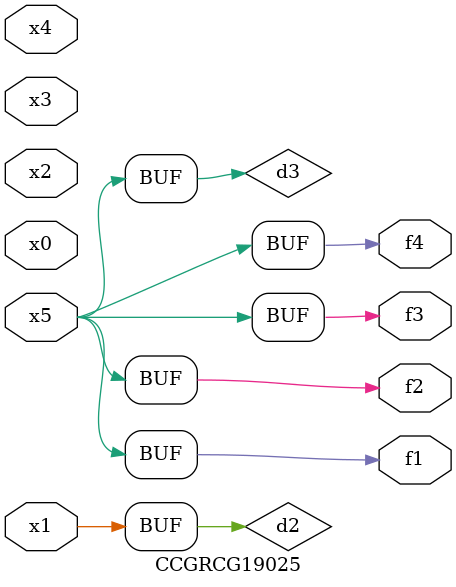
<source format=v>
module CCGRCG19025(
	input x0, x1, x2, x3, x4, x5,
	output f1, f2, f3, f4
);

	wire d1, d2, d3;

	not (d1, x5);
	or (d2, x1);
	xnor (d3, d1);
	assign f1 = d3;
	assign f2 = d3;
	assign f3 = d3;
	assign f4 = d3;
endmodule

</source>
